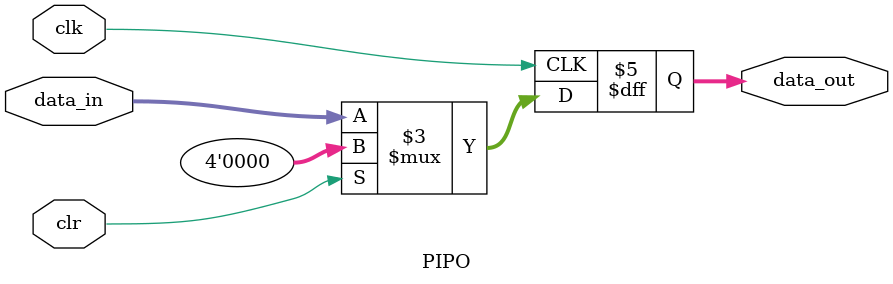
<source format=sv>
module PIPO(
  			input clk,clr,
  			input [3:0] data_in,
  			output reg [3:0] data_out
			);

always @(posedge clk)
	begin
      if (clr)
      	data_out <= 4'b0000;
      else
      	data_out <= data_in;
    end
  
  
endmodule
</source>
